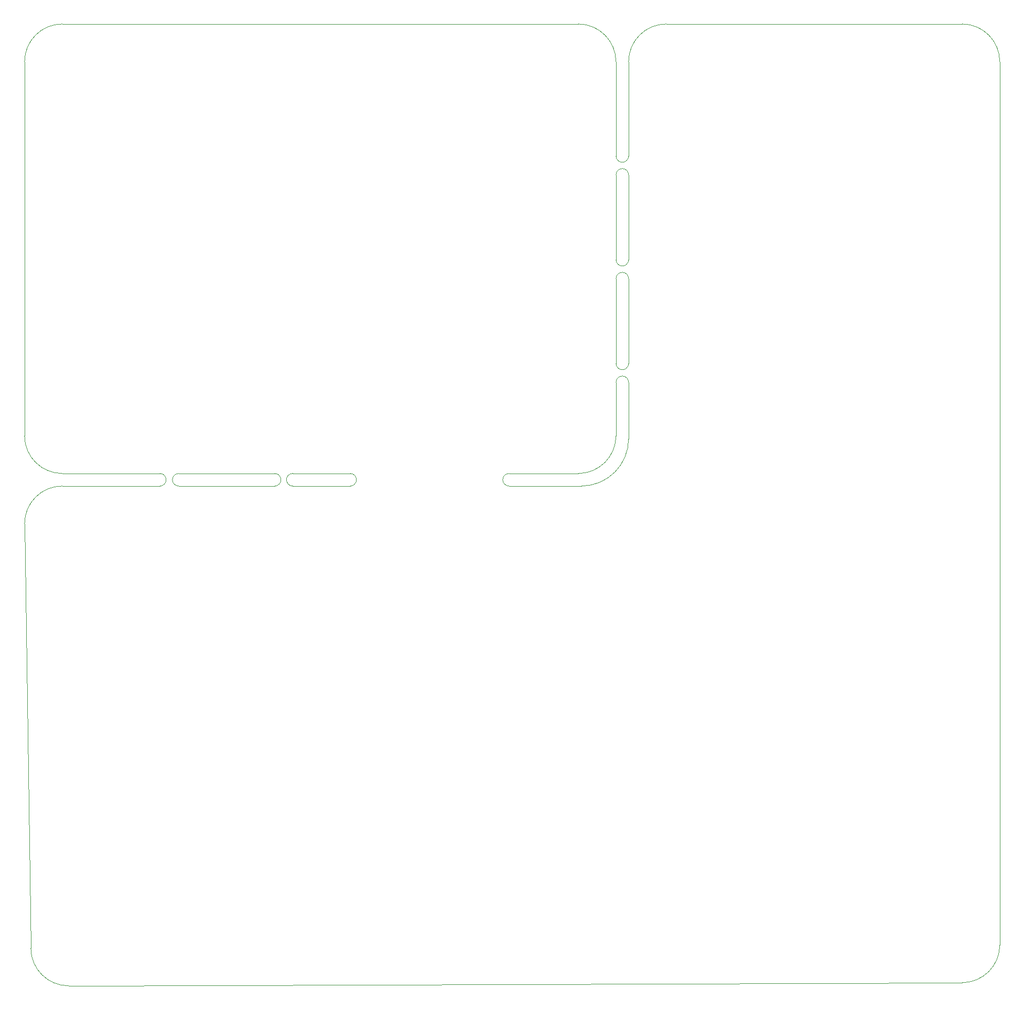
<source format=gbr>
%TF.GenerationSoftware,KiCad,Pcbnew,(5.1.7)-1*%
%TF.CreationDate,2020-10-22T13:49:28-07:00*%
%TF.ProjectId,ReflowOven,5265666c-6f77-44f7-9665-6e2e6b696361,rev?*%
%TF.SameCoordinates,Original*%
%TF.FileFunction,Profile,NP*%
%FSLAX46Y46*%
G04 Gerber Fmt 4.6, Leading zero omitted, Abs format (unit mm)*
G04 Created by KiCad (PCBNEW (5.1.7)-1) date 2020-10-22 13:49:28*
%MOMM*%
%LPD*%
G01*
G04 APERTURE LIST*
%TA.AperFunction,Profile*%
%ADD10C,0.050000*%
%TD*%
G04 APERTURE END LIST*
D10*
X114808000Y-92710000D02*
G75*
G02*
X107188000Y-100330000I-7620000J0D01*
G01*
X60579000Y-100330000D02*
X69850000Y-100330000D01*
X60579000Y-98298000D02*
X69850000Y-98298000D01*
X59563000Y-99314000D02*
G75*
G02*
X60579000Y-98298000I1016000J0D01*
G01*
X60579000Y-100330000D02*
G75*
G02*
X59563000Y-99314000I0J1016000D01*
G01*
X58674000Y-99314000D02*
G75*
G02*
X57658000Y-100330000I-1016000J0D01*
G01*
X57658000Y-98298000D02*
G75*
G02*
X58674000Y-99314000I0J-1016000D01*
G01*
X114808000Y-66802000D02*
X114808000Y-67310000D01*
X114808000Y-83566000D02*
X114808000Y-84074000D01*
X114808000Y-92710000D02*
X114808000Y-84074000D01*
X98552000Y-100330000D02*
X107188000Y-100330000D01*
X98552000Y-100330000D02*
X95504000Y-100330000D01*
X18288000Y-175006000D02*
X17272000Y-106426000D01*
X168656000Y-180594000D02*
X24384000Y-181102000D01*
X174752000Y-31750000D02*
X174752000Y-174498000D01*
X120904000Y-25654000D02*
X168656000Y-25654000D01*
X168656000Y-25654000D02*
G75*
G02*
X174752000Y-31750000I0J-6096000D01*
G01*
X114808000Y-46990000D02*
X114808000Y-31750000D01*
X114808000Y-31750000D02*
G75*
G02*
X120904000Y-25654000I6096000J0D01*
G01*
X174752000Y-174498000D02*
G75*
G02*
X168656000Y-180594000I-6096000J0D01*
G01*
X24384000Y-181102000D02*
G75*
G02*
X18288000Y-175006000I0J6096000D01*
G01*
X114808000Y-67310000D02*
X114808000Y-80518000D01*
X114808000Y-50038000D02*
X114808000Y-63754000D01*
X42164000Y-100330000D02*
X57658000Y-100330000D01*
X23368000Y-100330000D02*
X39116000Y-100330000D01*
X17272000Y-106426000D02*
G75*
G02*
X23368000Y-100330000I6096000J0D01*
G01*
X42164000Y-98298000D02*
X57658000Y-98298000D01*
X42164000Y-100330000D02*
G75*
G02*
X41148000Y-99314000I0J1016000D01*
G01*
X40132000Y-99314000D02*
G75*
G02*
X39116000Y-100330000I-1016000J0D01*
G01*
X41148000Y-99314000D02*
G75*
G02*
X42164000Y-98298000I1016000J0D01*
G01*
X39116000Y-98298000D02*
G75*
G02*
X40132000Y-99314000I0J-1016000D01*
G01*
X112776000Y-63754000D02*
X112776000Y-50038000D01*
X112776000Y-66802000D02*
G75*
G02*
X113792000Y-65786000I1016000J0D01*
G01*
X113792000Y-64770000D02*
G75*
G02*
X112776000Y-63754000I0J1016000D01*
G01*
X113792000Y-65786000D02*
G75*
G02*
X114808000Y-66802000I0J-1016000D01*
G01*
X114808000Y-63754000D02*
G75*
G02*
X113792000Y-64770000I-1016000J0D01*
G01*
X39116000Y-98298000D02*
X23368000Y-98298000D01*
X95504000Y-100330000D02*
G75*
G02*
X94488000Y-99314000I0J1016000D01*
G01*
X70866000Y-99314000D02*
G75*
G02*
X69850000Y-100330000I-1016000J0D01*
G01*
X69850000Y-98298000D02*
G75*
G02*
X70866000Y-99314000I0J-1016000D01*
G01*
X94488000Y-99314000D02*
G75*
G02*
X95504000Y-98298000I1016000J0D01*
G01*
X112776000Y-50038000D02*
G75*
G02*
X113792000Y-49022000I1016000J0D01*
G01*
X113792000Y-48006000D02*
G75*
G02*
X112776000Y-46990000I0J1016000D01*
G01*
X114808000Y-46990000D02*
G75*
G02*
X113792000Y-48006000I-1016000J0D01*
G01*
X113792000Y-49022000D02*
G75*
G02*
X114808000Y-50038000I0J-1016000D01*
G01*
X114808000Y-80518000D02*
G75*
G02*
X113792000Y-81534000I-1016000J0D01*
G01*
X113792000Y-82550000D02*
G75*
G02*
X114808000Y-83566000I0J-1016000D01*
G01*
X112776000Y-83566000D02*
G75*
G02*
X113792000Y-82550000I1016000J0D01*
G01*
X113792000Y-81534000D02*
G75*
G02*
X112776000Y-80518000I0J1016000D01*
G01*
X106680000Y-98298000D02*
X95504000Y-98298000D01*
X112776000Y-83566000D02*
X112776000Y-92202000D01*
X112776000Y-66802000D02*
X112776000Y-80518000D01*
X112776000Y-31750000D02*
X112776000Y-46990000D01*
X23368000Y-25654000D02*
X106680000Y-25654000D01*
X23368000Y-98298000D02*
G75*
G02*
X17272000Y-92202000I0J6096000D01*
G01*
X112776000Y-92202000D02*
G75*
G02*
X106680000Y-98298000I-6096000J0D01*
G01*
X106680000Y-25654000D02*
G75*
G02*
X112776000Y-31750000I0J-6096000D01*
G01*
X17272000Y-31750000D02*
G75*
G02*
X23368000Y-25654000I6096000J0D01*
G01*
X17272000Y-92202000D02*
X17272000Y-31750000D01*
M02*

</source>
